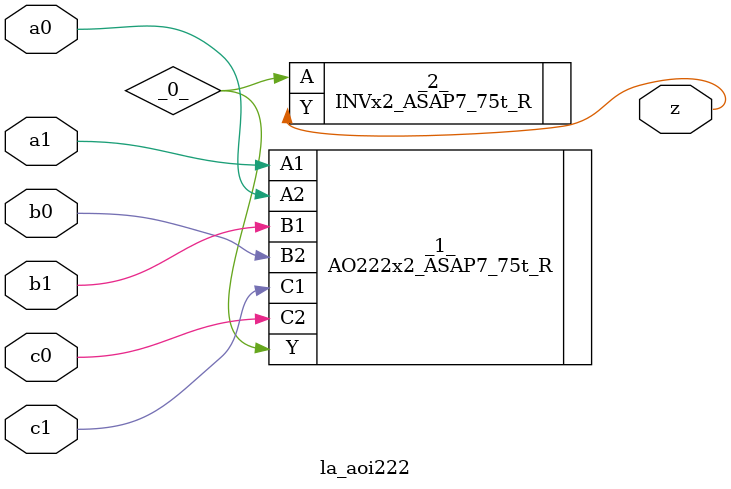
<source format=v>

/* Generated by Yosys 0.37 (git sha1 a5c7f69ed, clang 14.0.0-1ubuntu1.1 -fPIC -Os) */

module la_aoi222(a0, a1, b0, b1, c0, c1, z);
  wire _0_;
  input a0;
  wire a0;
  input a1;
  wire a1;
  input b0;
  wire b0;
  input b1;
  wire b1;
  input c0;
  wire c0;
  input c1;
  wire c1;
  output z;
  wire z;
  AO222x2_ASAP7_75t_R _1_ (
    .A1(a1),
    .A2(a0),
    .B1(b1),
    .B2(b0),
    .C1(c1),
    .C2(c0),
    .Y(_0_)
  );
  INVx2_ASAP7_75t_R _2_ (
    .A(_0_),
    .Y(z)
  );
endmodule

</source>
